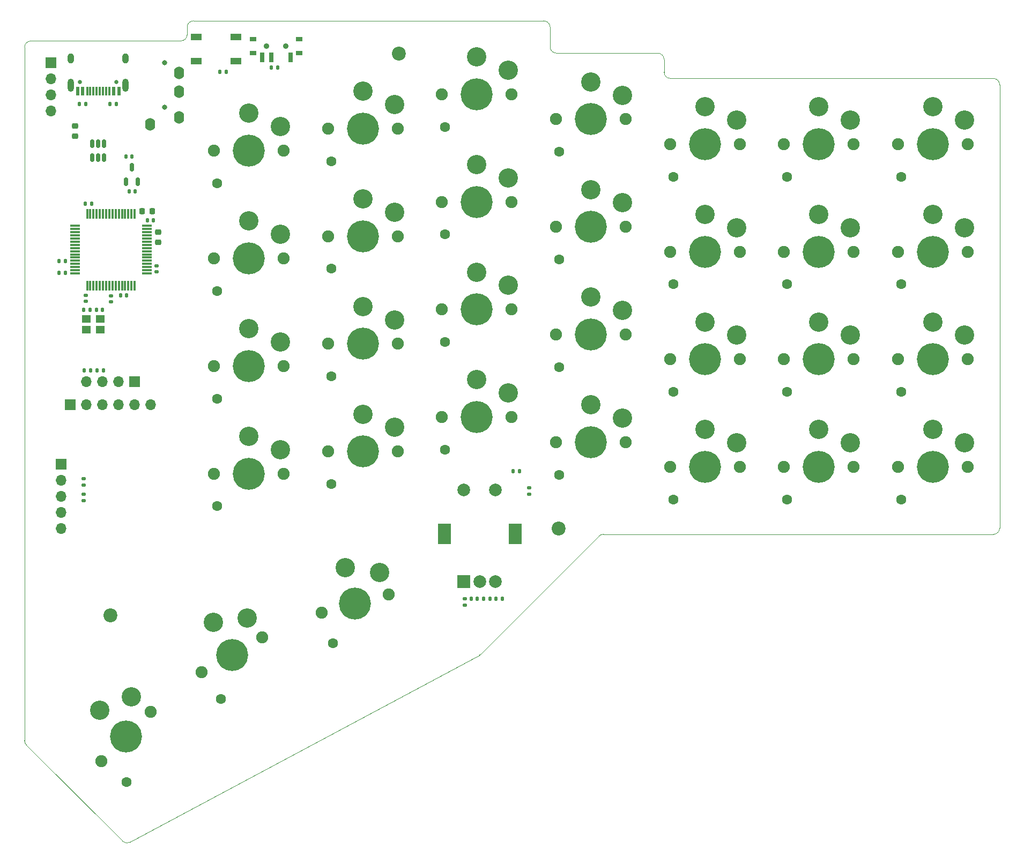
<source format=gbr>
%TF.GenerationSoftware,KiCad,Pcbnew,8.0.5*%
%TF.CreationDate,2024-10-11T21:29:17+02:00*%
%TF.ProjectId,vaucasy_right,76617563-6173-4795-9f72-696768742e6b,rev?*%
%TF.SameCoordinates,Original*%
%TF.FileFunction,Soldermask,Top*%
%TF.FilePolarity,Negative*%
%FSLAX46Y46*%
G04 Gerber Fmt 4.6, Leading zero omitted, Abs format (unit mm)*
G04 Created by KiCad (PCBNEW 8.0.5) date 2024-10-11 21:29:17*
%MOMM*%
%LPD*%
G01*
G04 APERTURE LIST*
G04 Aperture macros list*
%AMRoundRect*
0 Rectangle with rounded corners*
0 $1 Rounding radius*
0 $2 $3 $4 $5 $6 $7 $8 $9 X,Y pos of 4 corners*
0 Add a 4 corners polygon primitive as box body*
4,1,4,$2,$3,$4,$5,$6,$7,$8,$9,$2,$3,0*
0 Add four circle primitives for the rounded corners*
1,1,$1+$1,$2,$3*
1,1,$1+$1,$4,$5*
1,1,$1+$1,$6,$7*
1,1,$1+$1,$8,$9*
0 Add four rect primitives between the rounded corners*
20,1,$1+$1,$2,$3,$4,$5,0*
20,1,$1+$1,$4,$5,$6,$7,0*
20,1,$1+$1,$6,$7,$8,$9,0*
20,1,$1+$1,$8,$9,$2,$3,0*%
G04 Aperture macros list end*
%ADD10RoundRect,0.218750X-0.256250X0.218750X-0.256250X-0.218750X0.256250X-0.218750X0.256250X0.218750X0*%
%ADD11RoundRect,0.150000X0.150000X-0.512500X0.150000X0.512500X-0.150000X0.512500X-0.150000X-0.512500X0*%
%ADD12RoundRect,0.135000X0.135000X0.185000X-0.135000X0.185000X-0.135000X-0.185000X0.135000X-0.185000X0*%
%ADD13RoundRect,0.075000X0.075000X-0.700000X0.075000X0.700000X-0.075000X0.700000X-0.075000X-0.700000X0*%
%ADD14RoundRect,0.075000X0.700000X-0.075000X0.700000X0.075000X-0.700000X0.075000X-0.700000X-0.075000X0*%
%ADD15R,1.700000X1.000000*%
%ADD16RoundRect,0.140000X-0.140000X-0.170000X0.140000X-0.170000X0.140000X0.170000X-0.140000X0.170000X0*%
%ADD17R,2.000000X2.000000*%
%ADD18C,2.000000*%
%ADD19R,2.000000X3.200000*%
%ADD20R,1.700000X1.700000*%
%ADD21O,1.700000X1.700000*%
%ADD22C,1.900000*%
%ADD23C,1.600000*%
%ADD24C,3.050000*%
%ADD25C,5.050000*%
%ADD26RoundRect,0.135000X-0.135000X-0.185000X0.135000X-0.185000X0.135000X0.185000X-0.135000X0.185000X0*%
%ADD27C,2.200000*%
%ADD28R,1.000000X0.800000*%
%ADD29C,0.900000*%
%ADD30R,0.700000X1.500000*%
%ADD31RoundRect,0.135000X0.185000X-0.135000X0.185000X0.135000X-0.185000X0.135000X-0.185000X-0.135000X0*%
%ADD32RoundRect,0.140000X0.170000X-0.140000X0.170000X0.140000X-0.170000X0.140000X-0.170000X-0.140000X0*%
%ADD33RoundRect,0.150000X-0.150000X0.512500X-0.150000X-0.512500X0.150000X-0.512500X0.150000X0.512500X0*%
%ADD34RoundRect,0.140000X0.140000X0.170000X-0.140000X0.170000X-0.140000X-0.170000X0.140000X-0.170000X0*%
%ADD35C,0.800000*%
%ADD36O,1.600000X2.000000*%
%ADD37RoundRect,0.225000X0.225000X0.250000X-0.225000X0.250000X-0.225000X-0.250000X0.225000X-0.250000X0*%
%ADD38RoundRect,0.135000X-0.185000X0.135000X-0.185000X-0.135000X0.185000X-0.135000X0.185000X0.135000X0*%
%ADD39RoundRect,0.140000X-0.170000X0.140000X-0.170000X-0.140000X0.170000X-0.140000X0.170000X0.140000X0*%
%ADD40C,0.650000*%
%ADD41R,0.600000X1.450000*%
%ADD42R,0.300000X1.450000*%
%ADD43O,1.000000X2.100000*%
%ADD44O,1.000000X1.600000*%
%ADD45RoundRect,0.225000X-0.250000X0.225000X-0.250000X-0.225000X0.250000X-0.225000X0.250000X0.225000X0*%
%ADD46R,1.400000X1.200000*%
%TA.AperFunction,Profile*%
%ADD47C,0.050000*%
%TD*%
G04 APERTURE END LIST*
D10*
%TO.C,F1*%
X33012500Y-44500000D03*
X33012500Y-46075000D03*
%TD*%
D11*
%TO.C,U3*%
X40987500Y-53320000D03*
X42887500Y-53320000D03*
X41937500Y-51045000D03*
%TD*%
D12*
%TO.C,R10*%
X35472500Y-83112500D03*
X34452500Y-83112500D03*
%TD*%
D13*
%TO.C,U1*%
X34887500Y-69712500D03*
X35387500Y-69712500D03*
X35887500Y-69712500D03*
X36387500Y-69712500D03*
X36887500Y-69712500D03*
X37387500Y-69712500D03*
X37887500Y-69712500D03*
X38387500Y-69712500D03*
X38887500Y-69712500D03*
X39387500Y-69712500D03*
X39887500Y-69712500D03*
X40387500Y-69712500D03*
X40887500Y-69712500D03*
X41387500Y-69712500D03*
X41887500Y-69712500D03*
X42387500Y-69712500D03*
D14*
X44312500Y-67787500D03*
X44312500Y-67287500D03*
X44312500Y-66787500D03*
X44312500Y-66287500D03*
X44312500Y-65787500D03*
X44312500Y-65287500D03*
X44312500Y-64787500D03*
X44312500Y-64287500D03*
X44312500Y-63787500D03*
X44312500Y-63287500D03*
X44312500Y-62787500D03*
X44312500Y-62287500D03*
X44312500Y-61787500D03*
X44312500Y-61287500D03*
X44312500Y-60787500D03*
X44312500Y-60287500D03*
D13*
X42387500Y-58362500D03*
X41887500Y-58362500D03*
X41387500Y-58362500D03*
X40887500Y-58362500D03*
X40387500Y-58362500D03*
X39887500Y-58362500D03*
X39387500Y-58362500D03*
X38887500Y-58362500D03*
X38387500Y-58362500D03*
X37887500Y-58362500D03*
X37387500Y-58362500D03*
X36887500Y-58362500D03*
X36387500Y-58362500D03*
X35887500Y-58362500D03*
X35387500Y-58362500D03*
X34887500Y-58362500D03*
D14*
X32962500Y-60287500D03*
X32962500Y-60787500D03*
X32962500Y-61287500D03*
X32962500Y-61787500D03*
X32962500Y-62287500D03*
X32962500Y-62787500D03*
X32962500Y-63287500D03*
X32962500Y-63787500D03*
X32962500Y-64287500D03*
X32962500Y-64787500D03*
X32962500Y-65287500D03*
X32962500Y-65787500D03*
X32962500Y-66287500D03*
X32962500Y-66787500D03*
X32962500Y-67287500D03*
X32962500Y-67787500D03*
%TD*%
D15*
%TO.C,SW2*%
X58412500Y-34230000D03*
X52112500Y-34230000D03*
X58412500Y-30430000D03*
X52112500Y-30430000D03*
%TD*%
D16*
%TO.C,C11*%
X36357500Y-73537500D03*
X37317500Y-73537500D03*
%TD*%
D17*
%TO.C,SW3*%
X94387500Y-116462500D03*
D18*
X99387500Y-116462500D03*
X96887500Y-116462500D03*
D19*
X91287500Y-108962500D03*
X102487500Y-108962500D03*
D18*
X99387500Y-101962500D03*
X94387500Y-101962500D03*
%TD*%
D20*
%TO.C,J4*%
X30812500Y-97947500D03*
D21*
X30812500Y-100487500D03*
X30812500Y-103027500D03*
X30812500Y-105567500D03*
X30812500Y-108107500D03*
%TD*%
D16*
%TO.C,C5*%
X30457500Y-67737500D03*
X31417500Y-67737500D03*
%TD*%
D22*
%TO.C,S5*%
X126925000Y-47362500D03*
D23*
X127425000Y-52512500D03*
D24*
X132425000Y-41462500D03*
D25*
X132425000Y-47362500D03*
D24*
X137425000Y-43562500D03*
D22*
X137925000Y-47362500D03*
%TD*%
%TO.C,S27*%
X144925000Y-81362500D03*
D23*
X145425000Y-86512500D03*
D24*
X150425000Y-75462500D03*
D25*
X150425000Y-81362500D03*
D24*
X155425000Y-77562500D03*
D22*
X155925000Y-81362500D03*
%TD*%
D16*
%TO.C,C14*%
X97507500Y-119212500D03*
X98467500Y-119212500D03*
%TD*%
D22*
%TO.C,S3*%
X90925000Y-39487500D03*
D23*
X91425000Y-44637500D03*
D24*
X96425000Y-33587500D03*
D25*
X96425000Y-39487500D03*
D24*
X101425000Y-35687500D03*
D22*
X101925000Y-39487500D03*
%TD*%
%TO.C,S19*%
X72925000Y-78912500D03*
D23*
X73425000Y-84062500D03*
D24*
X78425000Y-73012500D03*
D25*
X78425000Y-78912500D03*
D24*
X83425000Y-75112500D03*
D22*
X83925000Y-78912500D03*
%TD*%
D26*
%TO.C,R7*%
X99397500Y-119212500D03*
X100417500Y-119212500D03*
%TD*%
D22*
%TO.C,S28*%
X144925000Y-98362500D03*
D23*
X145425000Y-103512500D03*
D24*
X150425000Y-92462500D03*
D25*
X150425000Y-98362500D03*
D24*
X155425000Y-94562500D03*
D22*
X155925000Y-98362500D03*
%TD*%
D27*
%TO.C,H3*%
X84075000Y-33100000D03*
%TD*%
D22*
%TO.C,S7*%
X162925000Y-47362500D03*
D23*
X163425000Y-52512500D03*
D24*
X168425000Y-41462500D03*
D25*
X168425000Y-47362500D03*
D24*
X173425000Y-43562500D03*
D22*
X173925000Y-47362500D03*
%TD*%
D28*
%TO.C,SW1*%
X68387500Y-32980000D03*
X68387500Y-30770000D03*
D29*
X66237500Y-31870000D03*
X63237500Y-31870000D03*
D28*
X61087500Y-32980000D03*
X61087500Y-30770000D03*
D30*
X66987500Y-33630000D03*
X63987500Y-33630000D03*
X62487500Y-33630000D03*
%TD*%
D22*
%TO.C,S30*%
X162925000Y-98362500D03*
D23*
X163425000Y-103512500D03*
D24*
X168425000Y-92462500D03*
D25*
X168425000Y-98362500D03*
D24*
X173425000Y-94562500D03*
D22*
X173925000Y-98362500D03*
%TD*%
D27*
%TO.C,H2*%
X38600000Y-121825000D03*
%TD*%
D12*
%TO.C,R6*%
X103135000Y-99025000D03*
X102115000Y-99025000D03*
%TD*%
D27*
%TO.C,H1*%
X109325000Y-108100000D03*
%TD*%
D22*
%TO.C,S14*%
X144925000Y-64362500D03*
D23*
X145425000Y-69512500D03*
D24*
X150425000Y-58462500D03*
D25*
X150425000Y-64362500D03*
D24*
X155425000Y-60562500D03*
D22*
X155925000Y-64362500D03*
%TD*%
D16*
%TO.C,C9*%
X40977500Y-49332500D03*
X41937500Y-49332500D03*
%TD*%
D22*
%TO.C,S6*%
X144925000Y-47362500D03*
D23*
X145425000Y-52512500D03*
D24*
X150425000Y-41462500D03*
D25*
X150425000Y-47362500D03*
D24*
X155425000Y-43562500D03*
D22*
X155925000Y-47362500D03*
%TD*%
D26*
%TO.C,R1*%
X64002500Y-35275000D03*
X65022500Y-35275000D03*
%TD*%
D20*
%TO.C,J2*%
X42367500Y-84887500D03*
D21*
X39827500Y-84887500D03*
X37287500Y-84887500D03*
X34747500Y-84887500D03*
%TD*%
D22*
%TO.C,S15*%
X162925000Y-64362500D03*
D23*
X163425000Y-69512500D03*
D24*
X168425000Y-58462500D03*
D25*
X168425000Y-64362500D03*
D24*
X173425000Y-60562500D03*
D22*
X173925000Y-64362500D03*
%TD*%
%TO.C,S29*%
X162925000Y-81362500D03*
D23*
X163425000Y-86512500D03*
D24*
X168425000Y-75462500D03*
D25*
X168425000Y-81362500D03*
D24*
X173425000Y-77562500D03*
D22*
X173925000Y-81362500D03*
%TD*%
%TO.C,S22*%
X90925000Y-90487500D03*
D23*
X91425000Y-95637500D03*
D24*
X96425000Y-84587500D03*
D25*
X96425000Y-90487500D03*
D24*
X101425000Y-86687500D03*
D22*
X101925000Y-90487500D03*
%TD*%
%TO.C,S26*%
X126925000Y-98362500D03*
D23*
X127425000Y-103512500D03*
D24*
X132425000Y-92462500D03*
D25*
X132425000Y-98362500D03*
D24*
X137425000Y-94562500D03*
D22*
X137925000Y-98362500D03*
%TD*%
%TO.C,S23*%
X108925000Y-77437500D03*
D23*
X109425000Y-82587500D03*
D24*
X114425000Y-71537500D03*
D25*
X114425000Y-77437500D03*
D24*
X119425000Y-73637500D03*
D22*
X119925000Y-77437500D03*
%TD*%
D31*
%TO.C,R8*%
X94487500Y-120222500D03*
X94487500Y-119202500D03*
%TD*%
D32*
%TO.C,C1*%
X34662500Y-72192500D03*
X34662500Y-71232500D03*
%TD*%
D22*
%TO.C,S1*%
X54925000Y-48412500D03*
D23*
X55425000Y-53562500D03*
D24*
X60425000Y-42512500D03*
D25*
X60425000Y-48412500D03*
D24*
X65425000Y-44612500D03*
D22*
X65925000Y-48412500D03*
%TD*%
%TO.C,S13*%
X126925000Y-64362500D03*
D23*
X127425000Y-69512500D03*
D24*
X132425000Y-58462500D03*
D25*
X132425000Y-64362500D03*
D24*
X137425000Y-60562500D03*
D22*
X137925000Y-64362500D03*
%TD*%
%TO.C,S9*%
X54925000Y-65412500D03*
D23*
X55425000Y-70562500D03*
D24*
X60425000Y-59512500D03*
D25*
X60425000Y-65412500D03*
D24*
X65425000Y-61612500D03*
D22*
X65925000Y-65412500D03*
%TD*%
D31*
%TO.C,R13*%
X34312500Y-103707500D03*
X34312500Y-102687500D03*
%TD*%
D22*
%TO.C,S4*%
X108925000Y-43437500D03*
D23*
X109425000Y-48587500D03*
D24*
X114425000Y-37537500D03*
D25*
X114425000Y-43437500D03*
D24*
X119425000Y-39637500D03*
D22*
X119925000Y-43437500D03*
%TD*%
D33*
%TO.C,U2*%
X37587500Y-47257500D03*
X36637500Y-47257500D03*
X35687500Y-47257500D03*
X35687500Y-49532500D03*
X36637500Y-49532500D03*
X37587500Y-49532500D03*
%TD*%
D26*
%TO.C,R2*%
X55852500Y-35955000D03*
X56872500Y-35955000D03*
%TD*%
D22*
%TO.C,S10*%
X72925000Y-61912500D03*
D23*
X73425000Y-67062500D03*
D24*
X78425000Y-56012500D03*
D25*
X78425000Y-61912500D03*
D24*
X83425000Y-58112500D03*
D22*
X83925000Y-61912500D03*
%TD*%
D26*
%TO.C,R4*%
X33627500Y-41012500D03*
X34647500Y-41012500D03*
%TD*%
D34*
%TO.C,C17*%
X31417500Y-65862500D03*
X30457500Y-65862500D03*
%TD*%
D22*
%TO.C,S11*%
X90925000Y-56487500D03*
D23*
X91425000Y-61637500D03*
D24*
X96425000Y-50587500D03*
D25*
X96425000Y-56487500D03*
D24*
X101425000Y-52687500D03*
D22*
X101925000Y-56487500D03*
%TD*%
D35*
%TO.C,U4*%
X47112500Y-34525000D03*
X47112500Y-41525000D03*
D36*
X44812500Y-44225000D03*
X49412500Y-43125000D03*
X49412500Y-39125000D03*
X49412500Y-36125000D03*
%TD*%
D37*
%TO.C,C6*%
X45137500Y-57962500D03*
X43587500Y-57962500D03*
%TD*%
D32*
%TO.C,C2*%
X45887500Y-67537500D03*
X45887500Y-66577500D03*
%TD*%
D22*
%TO.C,S17*%
X54925000Y-82412500D03*
D23*
X55425000Y-87562500D03*
D24*
X60425000Y-76512500D03*
D25*
X60425000Y-82412500D03*
D24*
X65425000Y-78612500D03*
D22*
X65925000Y-82412500D03*
%TD*%
D16*
%TO.C,C8*%
X41507500Y-54832500D03*
X42467500Y-54832500D03*
%TD*%
D22*
%TO.C,S24*%
X108925000Y-94437500D03*
D23*
X109425000Y-99587500D03*
D24*
X114425000Y-88537500D03*
D25*
X114425000Y-94437500D03*
D24*
X119425000Y-90637500D03*
D22*
X119925000Y-94437500D03*
%TD*%
%TO.C,S31*%
X71899908Y-121386005D03*
D23*
X73715789Y-126231113D03*
D24*
X75685468Y-114263538D03*
D25*
X77212500Y-119962500D03*
D24*
X81058617Y-114997886D03*
D22*
X82525092Y-118538995D03*
%TD*%
D38*
%TO.C,R14*%
X34312500Y-100197500D03*
X34312500Y-101217500D03*
%TD*%
D39*
%TO.C,C16*%
X104675000Y-101670000D03*
X104675000Y-102630000D03*
%TD*%
D34*
%TO.C,C3*%
X45342500Y-59362500D03*
X44382500Y-59362500D03*
%TD*%
D16*
%TO.C,C10*%
X34357500Y-73537500D03*
X35317500Y-73537500D03*
%TD*%
%TO.C,C13*%
X40177500Y-71262500D03*
X41137500Y-71262500D03*
%TD*%
D12*
%TO.C,R3*%
X39472500Y-41012500D03*
X38452500Y-41012500D03*
%TD*%
D22*
%TO.C,S2*%
X72925000Y-44912500D03*
D23*
X73425000Y-50062500D03*
D24*
X78425000Y-39012500D03*
D25*
X78425000Y-44912500D03*
D24*
X83425000Y-41112500D03*
D22*
X83925000Y-44912500D03*
%TD*%
%TO.C,S20*%
X72925000Y-95912500D03*
D23*
X73425000Y-101062500D03*
D24*
X78425000Y-90012500D03*
D25*
X78425000Y-95912500D03*
D24*
X83425000Y-92112500D03*
D22*
X83925000Y-95912500D03*
%TD*%
%TO.C,S8*%
X37111745Y-144824127D03*
D23*
X41106898Y-148112174D03*
D24*
X36828902Y-136763110D03*
D25*
X41000832Y-140935040D03*
D24*
X41849360Y-134712500D03*
D22*
X44889919Y-137045953D03*
%TD*%
D16*
%TO.C,C15*%
X95507500Y-119212500D03*
X96467500Y-119212500D03*
%TD*%
D40*
%TO.C,J1*%
X39527500Y-37527500D03*
X33747500Y-37527500D03*
D41*
X39887500Y-38972500D03*
X39087500Y-38972500D03*
D42*
X37887500Y-38972500D03*
X36887500Y-38972500D03*
X36387500Y-38972500D03*
X35387500Y-38972500D03*
D41*
X34187500Y-38972500D03*
X33387500Y-38972500D03*
X33387500Y-38972500D03*
X34187500Y-38972500D03*
D42*
X34887500Y-38972500D03*
X35887500Y-38972500D03*
X37387500Y-38972500D03*
X38387500Y-38972500D03*
D41*
X39087500Y-38972500D03*
X39887500Y-38972500D03*
D43*
X40957500Y-38057500D03*
D44*
X40957500Y-33877500D03*
D43*
X32317500Y-38057500D03*
D44*
X32317500Y-33877500D03*
%TD*%
D45*
%TO.C,C12*%
X46137500Y-61287500D03*
X46137500Y-62837500D03*
%TD*%
D22*
%TO.C,S25*%
X126925000Y-81362500D03*
D23*
X127425000Y-86512500D03*
D24*
X132425000Y-75462500D03*
D25*
X132425000Y-81362500D03*
D24*
X137425000Y-77562500D03*
D22*
X137925000Y-81362500D03*
%TD*%
%TO.C,S12*%
X108925000Y-60437500D03*
D23*
X109425000Y-65587500D03*
D24*
X114425000Y-54537500D03*
D25*
X114425000Y-60437500D03*
D24*
X119425000Y-56637500D03*
D22*
X119925000Y-60437500D03*
%TD*%
D32*
%TO.C,C7*%
X38612500Y-72292500D03*
X38612500Y-71332500D03*
%TD*%
D34*
%TO.C,C4*%
X35567500Y-56812500D03*
X34607500Y-56812500D03*
%TD*%
D12*
%TO.C,R9*%
X37447500Y-83112500D03*
X36427500Y-83112500D03*
%TD*%
D22*
%TO.C,S21*%
X90925000Y-73487500D03*
D23*
X91425000Y-78637500D03*
D24*
X96425000Y-67587500D03*
D25*
X96425000Y-73487500D03*
D24*
X101425000Y-69687500D03*
D22*
X101925000Y-73487500D03*
%TD*%
D20*
%TO.C,J6*%
X29137500Y-34487500D03*
D21*
X29137500Y-37027500D03*
X29137500Y-39567500D03*
X29137500Y-42107500D03*
%TD*%
D22*
%TO.C,S16*%
X52992200Y-130779435D03*
D23*
X56000213Y-134989466D03*
D24*
X54805340Y-122919885D03*
D25*
X57755340Y-128029435D03*
D24*
X60185468Y-122238538D03*
D22*
X62518480Y-125279435D03*
%TD*%
D46*
%TO.C,Y1*%
X34737500Y-76687500D03*
X36937500Y-76687500D03*
X36937500Y-74987500D03*
X34737500Y-74987500D03*
%TD*%
D22*
%TO.C,S18*%
X54925000Y-99412500D03*
D23*
X55425000Y-104562500D03*
D24*
X60425000Y-93512500D03*
D25*
X60425000Y-99412500D03*
D24*
X65425000Y-95612500D03*
D22*
X65925000Y-99412500D03*
%TD*%
D20*
%TO.C,J5*%
X32237500Y-88512500D03*
D21*
X34777500Y-88512500D03*
X37317500Y-88512500D03*
X39857500Y-88512500D03*
X42397500Y-88512500D03*
X44937500Y-88512500D03*
%TD*%
D47*
X50675000Y-28900000D02*
G75*
G02*
X51675000Y-27900000I1000000J0D01*
G01*
X50675000Y-28900000D02*
X50675000Y-30075000D01*
X126000000Y-34000000D02*
X126000000Y-36000000D01*
X50675000Y-30075000D02*
G75*
G02*
X49675000Y-31075000I-1000000J0D01*
G01*
X125000000Y-33000000D02*
G75*
G02*
X126000000Y-34000000I0J-1000000D01*
G01*
X81725000Y-27900000D02*
X51675000Y-27900000D01*
X49675000Y-31075000D02*
X26000000Y-31075000D01*
X107000000Y-27900000D02*
G75*
G02*
X108000000Y-28900000I0J-1000000D01*
G01*
X40475061Y-157475061D02*
X25292893Y-142292893D01*
X127000000Y-37000000D02*
G75*
G02*
X126000000Y-36000000I0J1000000D01*
G01*
X25000000Y-141585786D02*
X25000000Y-32075000D01*
X25000000Y-32075000D02*
G75*
G02*
X26000000Y-31075000I1000000J0D01*
G01*
X179000000Y-38000000D02*
X179000000Y-108000000D01*
X109000000Y-33000000D02*
X125000000Y-33000000D01*
X115707107Y-109292893D02*
X97104551Y-127895449D01*
X178000000Y-109000000D02*
X116414214Y-109000000D01*
X96869666Y-128069822D02*
X41654390Y-157649434D01*
X127000000Y-37000000D02*
X178000000Y-37000000D01*
X108000000Y-28900000D02*
X108000000Y-32000000D01*
X109000000Y-33000000D02*
G75*
G02*
X108000000Y-32000000I0J1000000D01*
G01*
X41654390Y-157649434D02*
G75*
G02*
X40475081Y-157475041I-472190J881534D01*
G01*
X97104551Y-127895449D02*
G75*
G02*
X96869667Y-128069825I-707151J707149D01*
G01*
X178000000Y-37000000D02*
G75*
G02*
X179000000Y-38000000I0J-1000000D01*
G01*
X25292893Y-142292893D02*
G75*
G02*
X25000010Y-141585786I707107J707093D01*
G01*
X81725000Y-27900000D02*
X107000000Y-27900000D01*
X179000000Y-108000000D02*
G75*
G02*
X178000000Y-109000000I-1000000J0D01*
G01*
X115707107Y-109292893D02*
G75*
G02*
X116414214Y-109000010I707093J-707107D01*
G01*
M02*

</source>
